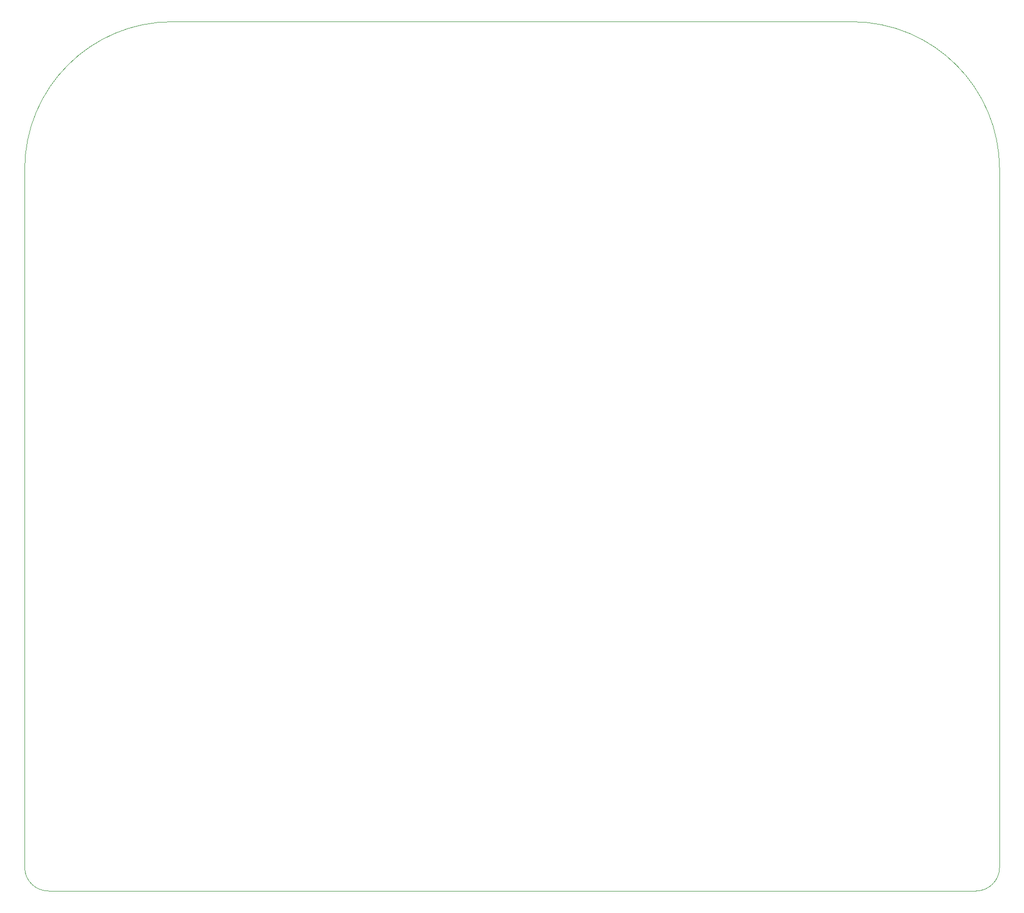
<source format=gbr>
%TF.GenerationSoftware,KiCad,Pcbnew,(6.0.1)*%
%TF.CreationDate,2022-10-10T17:14:27-07:00*%
%TF.ProjectId,StealthPad,53746561-6c74-4685-9061-642e6b696361,rev?*%
%TF.SameCoordinates,Original*%
%TF.FileFunction,Profile,NP*%
%FSLAX46Y46*%
G04 Gerber Fmt 4.6, Leading zero omitted, Abs format (unit mm)*
G04 Created by KiCad (PCBNEW (6.0.1)) date 2022-10-10 17:14:27*
%MOMM*%
%LPD*%
G01*
G04 APERTURE LIST*
%TA.AperFunction,Profile*%
%ADD10C,0.100000*%
%TD*%
G04 APERTURE END LIST*
D10*
X196000000Y-204840000D02*
G75*
G03*
X200000000Y-200840000I0J4000000D01*
G01*
X35000013Y-200830000D02*
G75*
G03*
X39000000Y-204840000I3999987J-10000D01*
G01*
X35000012Y-200830000D02*
X35000000Y-82650000D01*
X60000000Y-57650000D02*
X175000000Y-57650000D01*
X60000000Y-57650000D02*
G75*
G03*
X35000000Y-82650000I0J-25000000D01*
G01*
X200000000Y-200840000D02*
X200000000Y-82650000D01*
X200000000Y-82650000D02*
G75*
G03*
X175000000Y-57650000I-25000000J0D01*
G01*
X196000000Y-204840000D02*
X39000000Y-204840000D01*
M02*

</source>
